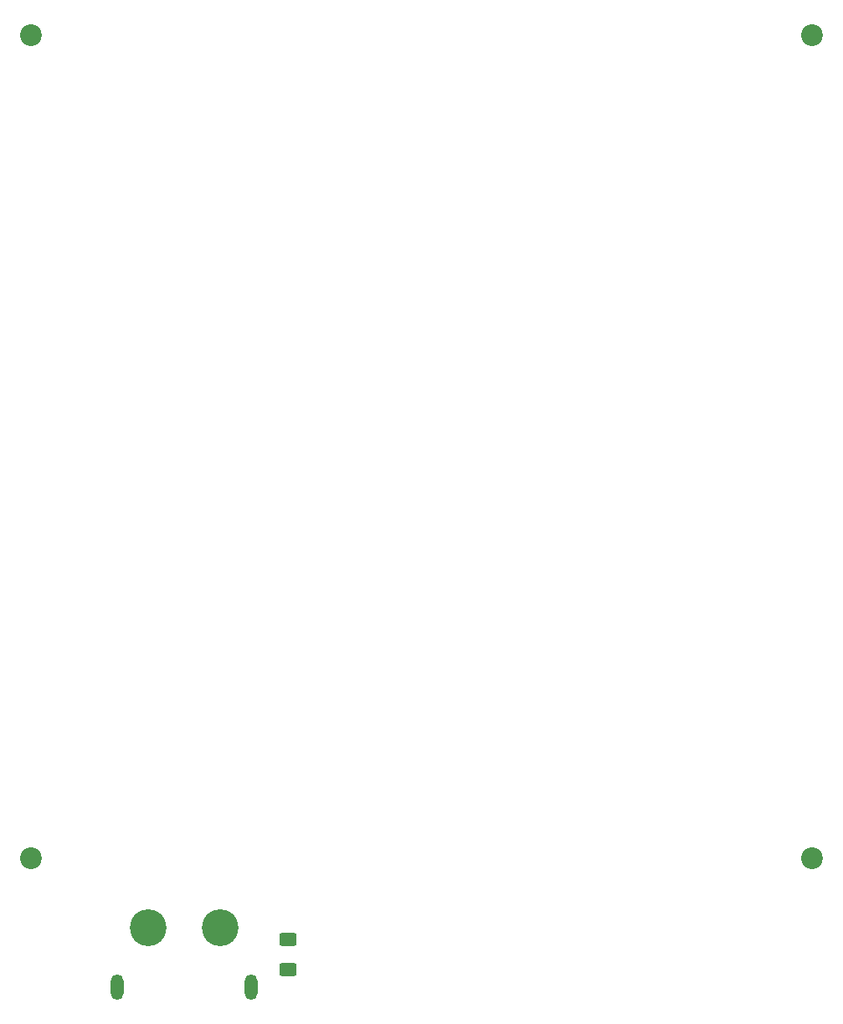
<source format=gbr>
%TF.GenerationSoftware,KiCad,Pcbnew,(6.0.4)*%
%TF.CreationDate,2022-12-15T09:53:27-05:00*%
%TF.ProjectId,HPheater,48506865-6174-4657-922e-6b696361645f,rev?*%
%TF.SameCoordinates,Original*%
%TF.FileFunction,Soldermask,Top*%
%TF.FilePolarity,Negative*%
%FSLAX46Y46*%
G04 Gerber Fmt 4.6, Leading zero omitted, Abs format (unit mm)*
G04 Created by KiCad (PCBNEW (6.0.4)) date 2022-12-15 09:53:27*
%MOMM*%
%LPD*%
G01*
G04 APERTURE LIST*
G04 Aperture macros list*
%AMRoundRect*
0 Rectangle with rounded corners*
0 $1 Rounding radius*
0 $2 $3 $4 $5 $6 $7 $8 $9 X,Y pos of 4 corners*
0 Add a 4 corners polygon primitive as box body*
4,1,4,$2,$3,$4,$5,$6,$7,$8,$9,$2,$3,0*
0 Add four circle primitives for the rounded corners*
1,1,$1+$1,$2,$3*
1,1,$1+$1,$4,$5*
1,1,$1+$1,$6,$7*
1,1,$1+$1,$8,$9*
0 Add four rect primitives between the rounded corners*
20,1,$1+$1,$2,$3,$4,$5,0*
20,1,$1+$1,$4,$5,$6,$7,0*
20,1,$1+$1,$6,$7,$8,$9,0*
20,1,$1+$1,$8,$9,$2,$3,0*%
G04 Aperture macros list end*
%ADD10C,3.716000*%
%ADD11O,1.300000X2.600000*%
%ADD12C,2.200000*%
%ADD13RoundRect,0.250000X0.625000X-0.400000X0.625000X0.400000X-0.625000X0.400000X-0.625000X-0.400000X0*%
G04 APERTURE END LIST*
D10*
%TO.C,J1*%
X191397500Y-111000000D03*
X198597500Y-111000000D03*
D11*
X188247500Y-117000000D03*
X201747500Y-117000000D03*
%TD*%
D12*
%TO.C,H3*%
X179500000Y-20750000D03*
%TD*%
D13*
%TO.C,R1*%
X205500000Y-115300000D03*
X205500000Y-112200000D03*
%TD*%
D12*
%TO.C,H1*%
X258500000Y-20750000D03*
%TD*%
%TO.C,H2*%
X258500000Y-104000000D03*
%TD*%
%TO.C,H4*%
X179500000Y-104000000D03*
%TD*%
M02*

</source>
